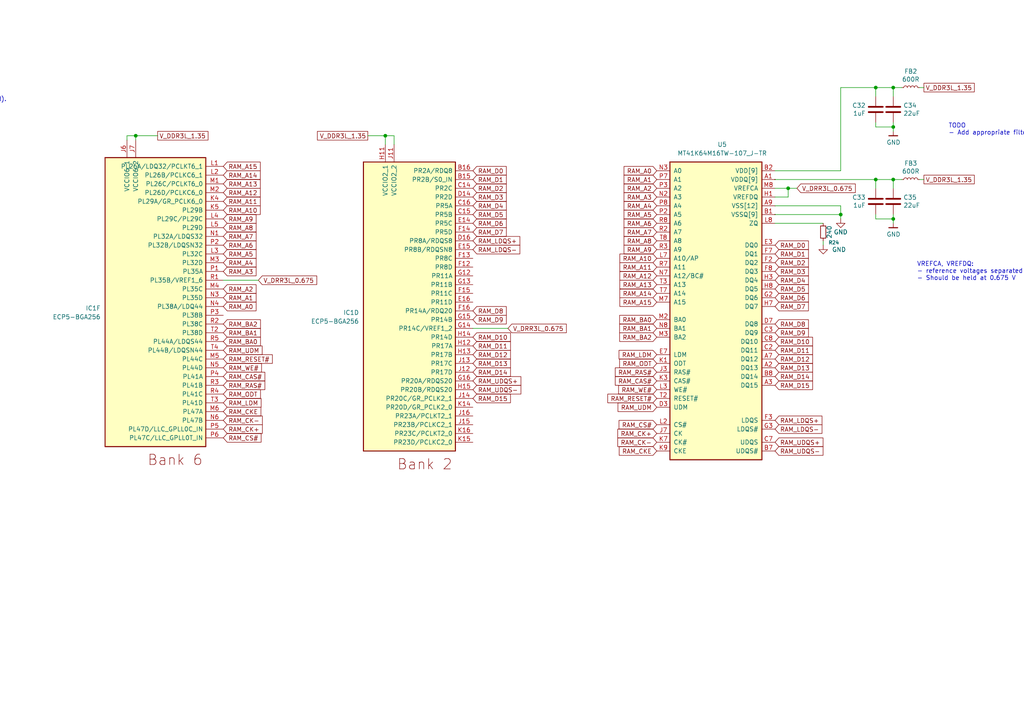
<source format=kicad_sch>
(kicad_sch (version 20250114) (generator "eeschema") (generator_version "9.0")
  (paper "A4")
  (text "TODO: \n- When doing actual routing from banks make sure to change pin assignments for appropriate routing" (at 21.082 -10.16 0) (effects (font (size 1.27 1.27)) (justify left)))
  (text "Vref: \n- The DDR-logic requires an external 0.75 Volts (SSTL-15 standard).\n- External resistive divider required\nVcc: The DDRL-ram requires a 1.35 V supply voltage.\n- LDO / buck converter\nDQS-pins\n- Upper / Lower 8-bit synchronization for data\nData-pins:\n- upper 8 and lower 8 bits must belong to same DQS pins\nAddress / config pins\n- can be any DQ pins in the bank" (at -67.31 37.084 0) (effects (font (size 1.27 1.27)) (justify left)))
  (text "VREFCA, VREFDQ: \n- reference voltages separated for data and control/command address\n- Should be held at 0.675 V" (at 265.938 78.74 0) (effects (font (size 1.27 1.27)) (justify left)))
  (text "TODO\n- Add appropriate filtering circuitry and decoupling" (at 275.082 37.592 0) (effects (font (size 1.27 1.27)) (justify left)))
  (junction (at 243.84 62.23))
  (junction (at 259.08 63.5))
  (junction (at 259.08 52.07))
  (junction (at 259.08 25.4))
  (junction (at 39.37 39.37))
  (junction (at 259.08 36.83))
  (junction (at 228.6 54.61))
  (junction (at 254 25.4))
  (junction (at 254 52.07))
  (junction (at 111.76 39.37))
  (wire (pts (xy 74.93 81.28) (xy 64.77 81.28)))
  (wire (pts (xy 39.37 39.37) (xy 39.37 40.64)))
  (wire (pts (xy 36.83 39.37) (xy 36.83 40.64)))
  (wire (pts (xy 39.37 39.37) (xy 45.72 39.37)))
  (wire (pts (xy 243.84 62.23) (xy 243.84 63.5)))
  (wire (pts (xy 254 52.07) (xy 259.08 52.07)))
  (wire (pts (xy 137.16 95.25) (xy 147.32 95.25)))
  (wire (pts (xy 259.08 63.5) (xy 259.08 64.77)))
  (wire (pts (xy 267.97 25.4) (xy 266.7 25.4)))
  (wire (pts (xy 111.76 39.37) (xy 111.76 41.91)))
  (wire (pts (xy 224.79 52.07) (xy 254 52.07)))
  (wire (pts (xy 259.08 25.4) (xy 259.08 27.94)))
  (wire (pts (xy 224.79 62.23) (xy 243.84 62.23)))
  (wire (pts (xy 114.3 41.91) (xy 114.3 39.37)))
  (wire (pts (xy 259.08 52.07) (xy 259.08 54.61)))
  (wire (pts (xy 224.79 64.77) (xy 238.76 64.77)))
  (wire (pts (xy 254 27.94) (xy 254 25.4)))
  (wire (pts (xy 254 54.61) (xy 254 52.07)))
  (wire (pts (xy 243.84 25.4) (xy 243.84 49.53)))
  (wire (pts (xy 243.84 59.69) (xy 243.84 62.23)))
  (wire (pts (xy 254 25.4) (xy 243.84 25.4)))
  (wire (pts (xy 106.68 39.37) (xy 111.76 39.37)))
  (wire (pts (xy 111.76 39.37) (xy 114.3 39.37)))
  (wire (pts (xy 267.97 52.07) (xy 266.7 52.07)))
  (wire (pts (xy 254 62.23) (xy 254 63.5)))
  (wire (pts (xy 224.79 49.53) (xy 243.84 49.53)))
  (wire (pts (xy 254 36.83) (xy 259.08 36.83)))
  (wire (pts (xy 224.79 59.69) (xy 243.84 59.69)))
  (wire (pts (xy 254 25.4) (xy 259.08 25.4)))
  (wire (pts (xy 224.79 57.15) (xy 228.6 57.15)))
  (wire (pts (xy 254 35.56) (xy 254 36.83)))
  (wire (pts (xy 228.6 54.61) (xy 231.14 54.61)))
  (wire (pts (xy 259.08 36.83) (xy 259.08 38.1)))
  (wire (pts (xy 36.83 39.37) (xy 39.37 39.37)))
  (wire (pts (xy 228.6 57.15) (xy 228.6 54.61)))
  (wire (pts (xy 259.08 35.56) (xy 259.08 36.83)))
  (wire (pts (xy 261.62 25.4) (xy 259.08 25.4)))
  (wire (pts (xy 224.79 54.61) (xy 228.6 54.61)))
  (wire (pts (xy 261.62 52.07) (xy 259.08 52.07)))
  (wire (pts (xy 259.08 62.23) (xy 259.08 63.5)))
  (wire (pts (xy 254 63.5) (xy 259.08 63.5)))
  (wire (pts (xy 238.76 71.12) (xy 238.76 69.85)))
  (global_label "V_DRR3L_0.675" (shape input) (at 74.93 81.28 0) (property "Intersheetrefs" "${INTERSHEET_REFS}" (effects (hide yes))))
  (global_label "RAM_A4" (shape input) (at 190.5 59.69 180) (property "Intersheetrefs" "${INTERSHEET_REFS}" (effects (hide yes))))
  (global_label "RAM_LDQS+" (shape input) (at 137.16 69.85 0) (property "Intersheetrefs" "${INTERSHEET_REFS}" (effects (hide yes))))
  (global_label "RAM_CK-" (shape input) (at 64.77 121.92 0) (property "Intersheetrefs" "${INTERSHEET_REFS}" (effects (hide yes))))
  (global_label "RAM_UDQS-" (shape input) (at 224.79 130.81 0) (property "Intersheetrefs" "${INTERSHEET_REFS}" (effects (hide yes))))
  (global_label "RAM_A2" (shape input) (at 64.77 83.82 0) (property "Intersheetrefs" "${INTERSHEET_REFS}" (effects (hide yes))))
  (global_label "RAM_A8" (shape input) (at 190.5 69.85 180) (property "Intersheetrefs" "${INTERSHEET_REFS}" (effects (hide yes))))
  (global_label "RAM_CAS#" (shape input) (at 64.77 109.22 0) (property "Intersheetrefs" "${INTERSHEET_REFS}" (effects (hide yes))))
  (global_label "RAM_D1" (shape input) (at 137.16 52.07 0) (property "Intersheetrefs" "${INTERSHEET_REFS}" (effects (hide yes))))
  (global_label "RAM_D2" (shape input) (at 137.16 54.61 0) (property "Intersheetrefs" "${INTERSHEET_REFS}" (effects (hide yes))))
  (global_label "RAM_D15" (shape input) (at 137.16 115.57 0) (property "Intersheetrefs" "${INTERSHEET_REFS}" (effects (hide yes))))
  (global_label "RAM_CK+" (shape input) (at 64.77 124.46 0) (property "Intersheetrefs" "${INTERSHEET_REFS}" (effects (hide yes))))
  (global_label "V_DDR3L_1.35" (shape passive) (at 267.97 25.4 0) (property "Intersheetrefs" "${INTERSHEET_REFS}" (effects (hide yes))))
  (global_label "RAM_RESET#" (shape input) (at 64.77 104.14 0) (property "Intersheetrefs" "${INTERSHEET_REFS}" (effects (hide yes))))
  (global_label "RAM_D10" (shape input) (at 224.79 99.06 0) (property "Intersheetrefs" "${INTERSHEET_REFS}" (effects (hide yes))))
  (global_label "RAM_D4" (shape input) (at 224.79 81.28 0) (property "Intersheetrefs" "${INTERSHEET_REFS}" (effects (hide yes))))
  (global_label "RAM_D3" (shape input) (at 224.79 78.74 0) (property "Intersheetrefs" "${INTERSHEET_REFS}" (effects (hide yes))))
  (global_label "RAM_CS#" (shape input) (at 190.5 123.19 180) (property "Intersheetrefs" "${INTERSHEET_REFS}" (effects (hide yes))))
  (global_label "RAM_A1" (shape input) (at 190.5 52.07 180) (property "Intersheetrefs" "${INTERSHEET_REFS}" (effects (hide yes))))
  (global_label "V_DDR3L_1.35" (shape passive) (at 267.97 52.07 0) (property "Intersheetrefs" "${INTERSHEET_REFS}" (effects (hide yes))))
  (global_label "RAM_CK-" (shape input) (at 190.5 128.27 180) (property "Intersheetrefs" "${INTERSHEET_REFS}" (effects (hide yes))))
  (global_label "RAM_A14" (shape input) (at 64.77 50.8 0) (property "Intersheetrefs" "${INTERSHEET_REFS}" (effects (hide yes))))
  (global_label "RAM_D14" (shape input) (at 137.16 107.95 0) (property "Intersheetrefs" "${INTERSHEET_REFS}" (effects (hide yes))))
  (global_label "RAM_UDQS+" (shape input) (at 224.79 128.27 0) (property "Intersheetrefs" "${INTERSHEET_REFS}" (effects (hide yes))))
  (global_label "RAM_RAS#" (shape input) (at 64.77 111.76 0) (property "Intersheetrefs" "${INTERSHEET_REFS}" (effects (hide yes))))
  (global_label "RAM_CAS#" (shape input) (at 190.5 110.49 180) (property "Intersheetrefs" "${INTERSHEET_REFS}" (effects (hide yes))))
  (global_label "RAM_A7" (shape input) (at 190.5 67.31 180) (property "Intersheetrefs" "${INTERSHEET_REFS}" (effects (hide yes))))
  (global_label "RAM_A7" (shape input) (at 64.77 68.58 0) (property "Intersheetrefs" "${INTERSHEET_REFS}" (effects (hide yes))))
  (global_label "RAM_A15" (shape input) (at 64.77 48.26 0) (property "Intersheetrefs" "${INTERSHEET_REFS}" (effects (hide yes))))
  (global_label "RAM_A1" (shape input) (at 64.77 86.36 0) (property "Intersheetrefs" "${INTERSHEET_REFS}" (effects (hide yes))))
  (global_label "RAM_A3" (shape input) (at 64.77 78.74 0) (property "Intersheetrefs" "${INTERSHEET_REFS}" (effects (hide yes))))
  (global_label "RAM_A15" (shape input) (at 190.5 87.63 180) (property "Intersheetrefs" "${INTERSHEET_REFS}" (effects (hide yes))))
  (global_label "RAM_LDM" (shape input) (at 64.77 116.84 0) (property "Intersheetrefs" "${INTERSHEET_REFS}" (effects (hide yes))))
  (global_label "RAM_A6" (shape input) (at 64.77 71.12 0) (property "Intersheetrefs" "${INTERSHEET_REFS}" (effects (hide yes))))
  (global_label "RAM_D6" (shape input) (at 137.16 64.77 0) (property "Intersheetrefs" "${INTERSHEET_REFS}" (effects (hide yes))))
  (global_label "RAM_BA2" (shape input) (at 190.5 97.79 180) (property "Intersheetrefs" "${INTERSHEET_REFS}" (effects (hide yes))))
  (global_label "RAM_A13" (shape input) (at 190.5 82.55 180) (property "Intersheetrefs" "${INTERSHEET_REFS}" (effects (hide yes))))
  (global_label "RAM_A0" (shape input) (at 190.5 49.53 180) (property "Intersheetrefs" "${INTERSHEET_REFS}" (effects (hide yes))))
  (global_label "RAM_LDQS-" (shape input) (at 137.16 72.39 0) (property "Intersheetrefs" "${INTERSHEET_REFS}" (effects (hide yes))))
  (global_label "RAM_D14" (shape input) (at 224.79 109.22 0) (property "Intersheetrefs" "${INTERSHEET_REFS}" (effects (hide yes))))
  (global_label "RAM_D10" (shape input) (at 137.16 97.79 0) (property "Intersheetrefs" "${INTERSHEET_REFS}" (effects (hide yes))))
  (global_label "RAM_D11" (shape input) (at 137.16 100.33 0) (property "Intersheetrefs" "${INTERSHEET_REFS}" (effects (hide yes))))
  (global_label "RAM_D8" (shape input) (at 137.16 90.17 0) (property "Intersheetrefs" "${INTERSHEET_REFS}" (effects (hide yes))))
  (global_label "RAM_D15" (shape input) (at 224.79 111.76 0) (property "Intersheetrefs" "${INTERSHEET_REFS}" (effects (hide yes))))
  (global_label "RAM_D9" (shape input) (at 137.16 92.71 0) (property "Intersheetrefs" "${INTERSHEET_REFS}" (effects (hide yes))))
  (global_label "RAM_D11" (shape input) (at 224.79 101.6 0) (property "Intersheetrefs" "${INTERSHEET_REFS}" (effects (hide yes))))
  (global_label "V_DRR3L_0.675" (shape input) (at 147.32 95.25 0) (property "Intersheetrefs" "${INTERSHEET_REFS}" (effects (hide yes))))
  (global_label "RAM_LDM" (shape input) (at 190.5 102.87 180) (property "Intersheetrefs" "${INTERSHEET_REFS}" (effects (hide yes))))
  (global_label "V_DRR3L_0.675" (shape input) (at 231.14 54.61 0) (property "Intersheetrefs" "${INTERSHEET_REFS}" (effects (hide yes))))
  (global_label "RAM_D0" (shape input) (at 224.79 71.12 0) (property "Intersheetrefs" "${INTERSHEET_REFS}" (effects (hide yes))))
  (global_label "RAM_CK+" (shape input) (at 190.5 125.73 180) (property "Intersheetrefs" "${INTERSHEET_REFS}" (effects (hide yes))))
  (global_label "RAM_D4" (shape input) (at 137.16 59.69 0) (property "Intersheetrefs" "${INTERSHEET_REFS}" (effects (hide yes))))
  (global_label "RAM_A3" (shape input) (at 190.5 57.15 180) (property "Intersheetrefs" "${INTERSHEET_REFS}" (effects (hide yes))))
  (global_label "RAM_A12" (shape input) (at 64.77 55.88 0) (property "Intersheetrefs" "${INTERSHEET_REFS}" (effects (hide yes))))
  (global_label "RAM_RAS#" (shape input) (at 190.5 107.95 180) (property "Intersheetrefs" "${INTERSHEET_REFS}" (effects (hide yes))))
  (global_label "RAM_A8" (shape input) (at 64.77 66.04 0) (property "Intersheetrefs" "${INTERSHEET_REFS}" (effects (hide yes))))
  (global_label "RAM_LDQS+" (shape input) (at 224.79 121.92 0) (property "Intersheetrefs" "${INTERSHEET_REFS}" (effects (hide yes))))
  (global_label "RAM_D7" (shape input) (at 137.16 67.31 0) (property "Intersheetrefs" "${INTERSHEET_REFS}" (effects (hide yes))))
  (global_label "RAM_UDM" (shape input) (at 64.77 101.6 0) (property "Intersheetrefs" "${INTERSHEET_REFS}" (effects (hide yes))))
  (global_label "RAM_BA0" (shape input) (at 64.77 99.06 0) (property "Intersheetrefs" "${INTERSHEET_REFS}" (effects (hide yes))))
  (global_label "V_DDR3L_1.35" (shape passive) (at 45.72 39.37 0) (property "Intersheetrefs" "${INTERSHEET_REFS}" (effects (hide yes))))
  (global_label "RAM_A10" (shape input) (at 64.77 60.96 0) (property "Intersheetrefs" "${INTERSHEET_REFS}" (effects (hide yes))))
  (global_label "RAM_A14" (shape input) (at 190.5 85.09 180) (property "Intersheetrefs" "${INTERSHEET_REFS}" (effects (hide yes))))
  (global_label "RAM_A12" (shape input) (at 190.5 80.01 180) (property "Intersheetrefs" "${INTERSHEET_REFS}" (effects (hide yes))))
  (global_label "RAM_CS#" (shape input) (at 64.77 127 0) (property "Intersheetrefs" "${INTERSHEET_REFS}" (effects (hide yes))))
  (global_label "RAM_UDQS-" (shape input) (at 137.16 113.03 0) (property "Intersheetrefs" "${INTERSHEET_REFS}" (effects (hide yes))))
  (global_label "V_DDR3L_1.35" (shape passive) (at 106.68 39.37 180) (property "Intersheetrefs" "${INTERSHEET_REFS}" (effects (hide yes))))
  (global_label "RAM_D8" (shape input) (at 224.79 93.98 0) (property "Intersheetrefs" "${INTERSHEET_REFS}" (effects (hide yes))))
  (global_label "RAM_A11" (shape input) (at 64.77 58.42 0) (property "Intersheetrefs" "${INTERSHEET_REFS}" (effects (hide yes))))
  (global_label "RAM_A11" (shape input) (at 190.5 77.47 180) (property "Intersheetrefs" "${INTERSHEET_REFS}" (effects (hide yes))))
  (global_label "RAM_UDM" (shape input) (at 190.5 118.11 180) (property "Intersheetrefs" "${INTERSHEET_REFS}" (effects (hide yes))))
  (global_label "RAM_CKE" (shape input) (at 190.5 130.81 180) (property "Intersheetrefs" "${INTERSHEET_REFS}" (effects (hide yes))))
  (global_label "RAM_RESET#" (shape input) (at 190.5 115.57 180) (property "Intersheetrefs" "${INTERSHEET_REFS}" (effects (hide yes))))
  (global_label "RAM_D12" (shape input) (at 224.79 104.14 0) (property "Intersheetrefs" "${INTERSHEET_REFS}" (effects (hide yes))))
  (global_label "RAM_WE#" (shape input) (at 64.77 106.68 0) (property "Intersheetrefs" "${INTERSHEET_REFS}" (effects (hide yes))))
  (global_label "RAM_D5" (shape input) (at 224.79 83.82 0) (property "Intersheetrefs" "${INTERSHEET_REFS}" (effects (hide yes))))
  (global_label "RAM_WE#" (shape input) (at 190.5 113.03 180) (property "Intersheetrefs" "${INTERSHEET_REFS}" (effects (hide yes))))
  (global_label "RAM_UDQS+" (shape input) (at 137.16 110.49 0) (property "Intersheetrefs" "${INTERSHEET_REFS}" (effects (hide yes))))
  (global_label "RAM_A2" (shape input) (at 190.5 54.61 180) (property "Intersheetrefs" "${INTERSHEET_REFS}" (effects (hide yes))))
  (global_label "RAM_D5" (shape input) (at 137.16 62.23 0) (property "Intersheetrefs" "${INTERSHEET_REFS}" (effects (hide yes))))
  (global_label "RAM_BA2" (shape input) (at 64.77 93.98 0) (property "Intersheetrefs" "${INTERSHEET_REFS}" (effects (hide yes))))
  (global_label "RAM_LDQS-" (shape input) (at 224.79 124.46 0) (property "Intersheetrefs" "${INTERSHEET_REFS}" (effects (hide yes))))
  (global_label "RAM_D13" (shape input) (at 137.16 105.41 0) (property "Intersheetrefs" "${INTERSHEET_REFS}" (effects (hide yes))))
  (global_label "RAM_ODT" (shape input) (at 190.5 105.41 180) (property "Intersheetrefs" "${INTERSHEET_REFS}" (effects (hide yes))))
  (global_label "RAM_BA1" (shape input) (at 190.5 95.25 180) (property "Intersheetrefs" "${INTERSHEET_REFS}" (effects (hide yes))))
  (global_label "RAM_D7" (shape input) (at 224.79 88.9 0) (property "Intersheetrefs" "${INTERSHEET_REFS}" (effects (hide yes))))
  (global_label "RAM_D9" (shape input) (at 224.79 96.52 0) (property "Intersheetrefs" "${INTERSHEET_REFS}" (effects (hide yes))))
  (global_label "RAM_D12" (shape input) (at 137.16 102.87 0) (property "Intersheetrefs" "${INTERSHEET_REFS}" (effects (hide yes))))
  (global_label "RAM_A5" (shape input) (at 190.5 62.23 180) (property "Intersheetrefs" "${INTERSHEET_REFS}" (effects (hide yes))))
  (global_label "RAM_A4" (shape input) (at 64.77 76.2 0) (property "Intersheetrefs" "${INTERSHEET_REFS}" (effects (hide yes))))
  (global_label "RAM_D1" (shape input) (at 224.79 73.66 0) (property "Intersheetrefs" "${INTERSHEET_REFS}" (effects (hide yes))))
  (global_label "RAM_CKE" (shape input) (at 64.77 119.38 0) (property "Intersheetrefs" "${INTERSHEET_REFS}" (effects (hide yes))))
  (global_label "RAM_A10" (shape input) (at 190.5 74.93 180) (property "Intersheetrefs" "${INTERSHEET_REFS}" (effects (hide yes))))
  (global_label "RAM_A6" (shape input) (at 190.5 64.77 180) (property "Intersheetrefs" "${INTERSHEET_REFS}" (effects (hide yes))))
  (global_label "RAM_A9" (shape input) (at 64.77 63.5 0) (property "Intersheetrefs" "${INTERSHEET_REFS}" (effects (hide yes))))
  (global_label "RAM_D0" (shape input) (at 137.16 49.53 0) (property "Intersheetrefs" "${INTERSHEET_REFS}" (effects (hide yes))))
  (global_label "RAM_D3" (shape input) (at 137.16 57.15 0) (property "Intersheetrefs" "${INTERSHEET_REFS}" (effects (hide yes))))
  (global_label "RAM_A9" (shape input) (at 190.5 72.39 180) (property "Intersheetrefs" "${INTERSHEET_REFS}" (effects (hide yes))))
  (global_label "RAM_D13" (shape input) (at 224.79 106.68 0) (property "Intersheetrefs" "${INTERSHEET_REFS}" (effects (hide yes))))
  (global_label "RAM_A13" (shape input) (at 64.77 53.34 0) (property "Intersheetrefs" "${INTERSHEET_REFS}" (effects (hide yes))))
  (global_label "RAM_D6" (shape input) (at 224.79 86.36 0) (property "Intersheetrefs" "${INTERSHEET_REFS}" (effects (hide yes))))
  (global_label "RAM_ODT" (shape input) (at 64.77 114.3 0) (property "Intersheetrefs" "${INTERSHEET_REFS}" (effects (hide yes))))
  (global_label "RAM_BA1" (shape input) (at 64.77 96.52 0) (property "Intersheetrefs" "${INTERSHEET_REFS}" (effects (hide yes))))
  (global_label "RAM_A0" (shape input) (at 64.77 88.9 0) (property "Intersheetrefs" "${INTERSHEET_REFS}" (effects (hide yes))))
  (global_label "RAM_D2" (shape input) (at 224.79 76.2 0) (property "Intersheetrefs" "${INTERSHEET_REFS}" (effects (hide yes))))
  (global_label "RAM_A5" (shape input) (at 64.77 73.66 0) (property "Intersheetrefs" "${INTERSHEET_REFS}" (effects (hide yes))))
  (global_label "RAM_BA0" (shape input) (at 190.5 92.71 180) (property "Intersheetrefs" "${INTERSHEET_REFS}" (effects (hide yes))))
  (symbol (lib_id "gkl_power:GND") (at 259.08 38.1 0) (unit 1)
    (property "Reference" "#PWR0127" (effects (hide yes)))
    (property "Value" "GND" (at 259.1562 41.3004 0))
  )
  (symbol (lib_id "Device:L_Small") (at 264.16 25.4 90) (unit 1)
    (property "Reference" "FB2" (at 264.16 20.701 90))
    (property "Value" "600R" (at 264.16 23.0124 90))
    (property "Footprint" "Inductor_SMD:L_0402_1005Metric" (effects (hide yes)))
    (property "Mfg" "Murata Electronics North America" (effects (hide yes)))
    (property "PN" "BLM15AG601SN1D" (effects (hide yes)))
  )
  (symbol (lib_id "gkl_power:GND") (at 259.08 64.77 0) (unit 1)
    (property "Reference" "#PWR0128" (effects (hide yes)))
    (property "Value" "GND" (at 259.1562 67.9704 0))
  )
  (symbol (lib_id "Device:L_Small") (at 264.16 52.07 90) (unit 1)
    (property "Reference" "FB3" (at 264.16 47.371 90))
    (property "Value" "600R" (at 264.16 49.6824 90))
    (property "Footprint" "Inductor_SMD:L_0402_1005Metric" (effects (hide yes)))
    (property "Mfg" "Murata Electronics North America" (effects (hide yes)))
    (property "PN" "BLM15AG601SN1D" (effects (hide yes)))
  )
  (symbol (lib_id "gkl_mem:MT41K64M16TW-107_J-TR") (at 207.01 80.01 0) (unit 1)
    (property "Reference" "U5" (at 209.4674 41.91 0))
    (property "Value" "MT41K64M16TW-107_J-TR" (at 209.4674 44.45 0))
    (property "Footprint" "Package_BGA:BGA-96_9.0x13.0mm_Layout2x3x16_P0.8mm" (effects (hide yes)))
    (property "Datasheet" "https://jlcpcb.com/api/file/downloadByFileSystemAccessId/8588894245961019392" (effects (hide yes)))
    (property "LCSC Part Number" "C253882" (effects (hide yes)))
    (property "Manufacturing Part Number" "MT41K256M16TW-107:P" (effects (hide yes)))
  )
  (symbol (lib_id "Device:R_Small") (at 238.76 67.31 0) (unit 1)
    (property "Reference" "R24" (at 240.284 70.358 0) (effects (font (size 1.016 1.016)) (justify left)))
    (property "Value" "240" (at 240.538 67.31 90))
    (property "Footprint" "Resistor_SMD:R_0603_1608Metric" (effects (hide yes)))
    (property "Description" "Resistor, small symbol" (effects (hide yes)))
    (property "LCSC Part Number" "C23350" (effects (hide yes)))
    (property "Manufacturing Part Number" "0603WAF2400T5E" (effects (hide yes)))
  )
  (symbol (lib_id "Device:C") (at 254 58.42 0) (mirror y) (unit 1)
    (property "Reference" "C33" (at 251.079 57.2516 0) (effects (justify left)))
    (property "Value" "1uF" (at 251.079 59.563 0) (effects (justify left)))
    (property "Footprint" "Capacitor_SMD:C_0402_1005Metric" (effects (hide yes)))
    (property "Mfg" "Taiyo Yuden" (effects (hide yes)))
    (property "PN" "JMK105C6105KV-F" (effects (hide yes)))
  )
  (symbol (lib_id "power:GND") (at 238.76 71.12 0) (unit 1)
    (property "Reference" "#PWR040" (effects (hide yes)))
    (property "Value" "GND" (at 241.3 72.3899 0) (effects (justify left)))
    (property "Description" "Power symbol creates a global label with name \"GND\" , ground" (effects (hide yes)))
  )
  (symbol (lib_id "ecp5bga256:ECP5-BGA256") (at 123.19 88.9 0) (unit 4)
    (property "Reference" "IC1" (at 104.14 90.6642 0) (effects (justify right)))
    (property "Value" "ECP5-BGA256" (at 104.14 93.2042 0) (effects (justify right)))
    (property "Footprint" "BGA256C80P16X16_1400X1400X170" (effects (hide yes)))
    (property "Description" "FPGA - Field Programmable Gate Array ECP5; 12k LUTs; 1.1V" (effects (hide yes)))
    (property "Manufacturer" "Lattice" (effects (hide yes)))
    (property "Part Number" "LFE5U-12F-6BG256C" (effects (hide yes)))
  )
  (symbol (lib_id "Device:C") (at 259.08 31.75 0) (unit 1)
    (property "Reference" "C34" (at 262.001 30.5816 0) (effects (justify left)))
    (property "Value" "22uF" (at 262.001 32.893 0) (effects (justify left)))
    (property "Footprint" "Capacitor_SMD:C_0603_1608Metric" (effects (hide yes)))
    (property "Mfg" "Murata Electronics North America" (effects (hide yes)))
    (property "PN" "GRM188R60J226MEA0D" (effects (hide yes)))
  )
  (symbol (lib_id "Device:C") (at 254 31.75 0) (mirror y) (unit 1)
    (property "Reference" "C32" (at 251.079 30.5816 0) (effects (justify left)))
    (property "Value" "1uF" (at 251.079 32.893 0) (effects (justify left)))
    (property "Footprint" "Capacitor_SMD:C_0402_1005Metric" (effects (hide yes)))
    (property "Mfg" "Taiyo Yuden" (effects (hide yes)))
    (property "PN" "JMK105C6105KV-F" (effects (hide yes)))
  )
  (symbol (lib_id "power:GND") (at 243.84 63.5 0) (unit 1)
    (property "Reference" "#PWR041" (effects (hide yes)))
    (property "Value" "GND" (at 243.84 67.31 0))
    (property "Description" "Power symbol creates a global label with name \"GND\" , ground" (effects (hide yes)))
  )
  (symbol (lib_name "ECP5-BGA256_1") (lib_id "ecp5bga256:ECP5-BGA256") (at 50.8 87.63 0) (unit 6)
    (property "Reference" "IC1" (at 29.21 89.3942 0) (effects (justify right)))
    (property "Value" "ECP5-BGA256" (at 29.21 91.9342 0) (effects (justify right)))
    (property "Footprint" "BGA256C80P16X16_1400X1400X170" (effects (hide yes)))
    (property "Description" "FPGA - Field Programmable Gate Array ECP5; 12k LUTs; 1.1V" (effects (hide yes)))
    (property "Manufacturer" "Lattice" (effects (hide yes)))
    (property "Part Number" "LFE5U-12F-6BG256C" (effects (hide yes)))
  )
  (symbol (lib_id "Device:C") (at 259.08 58.42 0) (unit 1)
    (property "Reference" "C35" (at 262.001 57.2516 0) (effects (justify left)))
    (property "Value" "22uF" (at 262.001 59.563 0) (effects (justify left)))
    (property "Footprint" "Capacitor_SMD:C_0603_1608Metric" (effects (hide yes)))
    (property "Mfg" "Murata Electronics North America" (effects (hide yes)))
    (property "PN" "GRM188R60J226MEA0D" (effects (hide yes)))
  )
)
</source>
